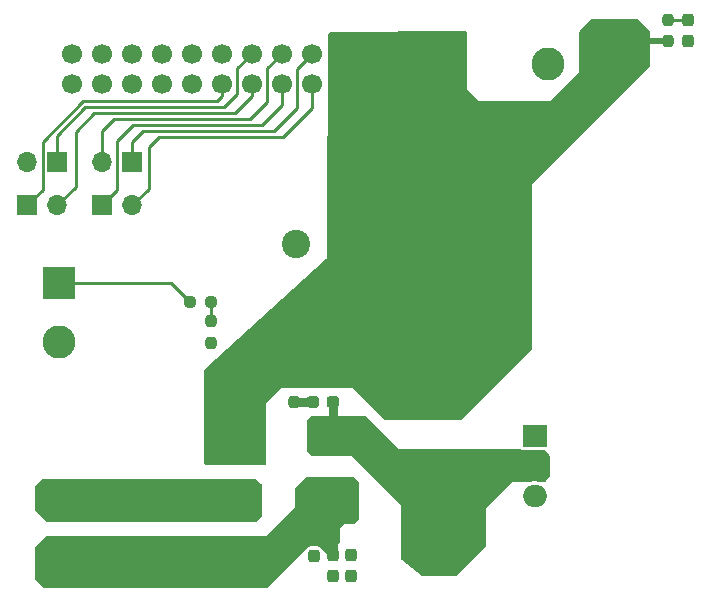
<source format=gbr>
%TF.GenerationSoftware,KiCad,Pcbnew,(6.0.0-0)*%
%TF.CreationDate,2023-01-16T12:55:46-05:00*%
%TF.ProjectId,Spindle_Driver,5370696e-646c-4655-9f44-72697665722e,rev?*%
%TF.SameCoordinates,Original*%
%TF.FileFunction,Copper,L1,Top*%
%TF.FilePolarity,Positive*%
%FSLAX46Y46*%
G04 Gerber Fmt 4.6, Leading zero omitted, Abs format (unit mm)*
G04 Created by KiCad (PCBNEW (6.0.0-0)) date 2023-01-16 12:55:46*
%MOMM*%
%LPD*%
G01*
G04 APERTURE LIST*
G04 Aperture macros list*
%AMRoundRect*
0 Rectangle with rounded corners*
0 $1 Rounding radius*
0 $2 $3 $4 $5 $6 $7 $8 $9 X,Y pos of 4 corners*
0 Add a 4 corners polygon primitive as box body*
4,1,4,$2,$3,$4,$5,$6,$7,$8,$9,$2,$3,0*
0 Add four circle primitives for the rounded corners*
1,1,$1+$1,$2,$3*
1,1,$1+$1,$4,$5*
1,1,$1+$1,$6,$7*
1,1,$1+$1,$8,$9*
0 Add four rect primitives between the rounded corners*
20,1,$1+$1,$2,$3,$4,$5,0*
20,1,$1+$1,$4,$5,$6,$7,0*
20,1,$1+$1,$6,$7,$8,$9,0*
20,1,$1+$1,$8,$9,$2,$3,0*%
G04 Aperture macros list end*
%TA.AperFunction,SMDPad,CuDef*%
%ADD10RoundRect,0.237500X0.237500X-0.287500X0.237500X0.287500X-0.237500X0.287500X-0.237500X-0.287500X0*%
%TD*%
%TA.AperFunction,ComponentPad*%
%ADD11R,2.400000X2.400000*%
%TD*%
%TA.AperFunction,ComponentPad*%
%ADD12C,2.400000*%
%TD*%
%TA.AperFunction,SMDPad,CuDef*%
%ADD13R,3.500000X3.000000*%
%TD*%
%TA.AperFunction,ComponentPad*%
%ADD14R,1.700000X1.700000*%
%TD*%
%TA.AperFunction,ComponentPad*%
%ADD15O,1.700000X1.700000*%
%TD*%
%TA.AperFunction,ComponentPad*%
%ADD16R,2.800000X2.800000*%
%TD*%
%TA.AperFunction,ComponentPad*%
%ADD17C,2.800000*%
%TD*%
%TA.AperFunction,SMDPad,CuDef*%
%ADD18RoundRect,0.237500X-0.237500X0.300000X-0.237500X-0.300000X0.237500X-0.300000X0.237500X0.300000X0*%
%TD*%
%TA.AperFunction,SMDPad,CuDef*%
%ADD19RoundRect,0.237500X-0.250000X-0.237500X0.250000X-0.237500X0.250000X0.237500X-0.250000X0.237500X0*%
%TD*%
%TA.AperFunction,SMDPad,CuDef*%
%ADD20RoundRect,0.237500X0.287500X0.237500X-0.287500X0.237500X-0.287500X-0.237500X0.287500X-0.237500X0*%
%TD*%
%TA.AperFunction,SMDPad,CuDef*%
%ADD21RoundRect,0.237500X0.237500X-0.250000X0.237500X0.250000X-0.237500X0.250000X-0.237500X-0.250000X0*%
%TD*%
%TA.AperFunction,ComponentPad*%
%ADD22R,3.200000X3.200000*%
%TD*%
%TA.AperFunction,ComponentPad*%
%ADD23O,3.200000X3.200000*%
%TD*%
%TA.AperFunction,ComponentPad*%
%ADD24R,2.000000X1.905000*%
%TD*%
%TA.AperFunction,ComponentPad*%
%ADD25O,2.000000X1.905000*%
%TD*%
%TA.AperFunction,ComponentPad*%
%ADD26RoundRect,0.250000X-0.600000X0.600000X-0.600000X-0.600000X0.600000X-0.600000X0.600000X0.600000X0*%
%TD*%
%TA.AperFunction,ComponentPad*%
%ADD27C,1.700000*%
%TD*%
%TA.AperFunction,SMDPad,CuDef*%
%ADD28RoundRect,0.237500X-0.237500X0.250000X-0.237500X-0.250000X0.237500X-0.250000X0.237500X0.250000X0*%
%TD*%
%TA.AperFunction,SMDPad,CuDef*%
%ADD29RoundRect,0.237500X0.237500X-0.300000X0.237500X0.300000X-0.237500X0.300000X-0.237500X-0.300000X0*%
%TD*%
%TA.AperFunction,ViaPad*%
%ADD30C,0.800000*%
%TD*%
%TA.AperFunction,Conductor*%
%ADD31C,0.762000*%
%TD*%
%TA.AperFunction,Conductor*%
%ADD32C,0.508000*%
%TD*%
%TA.AperFunction,Conductor*%
%ADD33C,0.254000*%
%TD*%
G04 APERTURE END LIST*
D10*
%TO.P,D3,1,K*%
%TO.N,GND*%
X191700000Y-70875000D03*
%TO.P,D3,2,A*%
%TO.N,Net-(D3-Pad2)*%
X191700000Y-69125000D03*
%TD*%
D11*
%TO.P,C1,1*%
%TO.N,+24V*%
X163500000Y-88100000D03*
D12*
%TO.P,C1,2*%
%TO.N,GND*%
X158500000Y-88100000D03*
%TD*%
D13*
%TO.P,L2,1*%
%TO.N,/net_D*%
X161600000Y-104350000D03*
%TO.P,L2,2*%
%TO.N,/Motor-*%
X161600000Y-109850000D03*
%TD*%
D14*
%TO.P,J5,1,Pin_1*%
%TO.N,Net-(J5-Pad1)*%
X144650000Y-81110000D03*
D15*
%TO.P,J5,2,Pin_2*%
%TO.N,Net-(J5-Pad2)*%
X142110000Y-81110000D03*
%TD*%
D13*
%TO.P,L1,1*%
%TO.N,+24V*%
X153300000Y-104350000D03*
%TO.P,L1,2*%
%TO.N,/Motor+*%
X153300000Y-109850000D03*
%TD*%
D16*
%TO.P,J4,1,Pin_1*%
%TO.N,/Motor+*%
X138330000Y-109880000D03*
D17*
%TO.P,J4,2,Pin_2*%
%TO.N,/Motor-*%
X138330000Y-114880000D03*
%TD*%
D14*
%TO.P,J9,1,Pin_1*%
%TO.N,Net-(J8-Pad16)*%
X135725000Y-84800000D03*
D15*
%TO.P,J9,2,Pin_2*%
%TO.N,Net-(J8-Pad14)*%
X138265000Y-84800000D03*
%TD*%
D18*
%TO.P,C4,1*%
%TO.N,/Motor-*%
X161600000Y-114437500D03*
%TO.P,C4,2*%
%TO.N,GND*%
X161600000Y-116162500D03*
%TD*%
D14*
%TO.P,J6,1,Pin_1*%
%TO.N,Net-(J6-Pad1)*%
X142100000Y-84800000D03*
D15*
%TO.P,J6,2,Pin_2*%
%TO.N,Net-(J6-Pad2)*%
X144640000Y-84800000D03*
%TD*%
D19*
%TO.P,R2,1*%
%TO.N,/PWM*%
X149487500Y-92990000D03*
%TO.P,R2,2*%
%TO.N,Net-(Q1-Pad1)*%
X151312500Y-92990000D03*
%TD*%
D16*
%TO.P,J3,1,Pin_1*%
%TO.N,/PWM*%
X138425000Y-91400000D03*
D17*
%TO.P,J3,2,Pin_2*%
%TO.N,GND*%
X138425000Y-96400000D03*
%TD*%
D20*
%TO.P,D2,1,K*%
%TO.N,/net_D*%
X161660000Y-101410000D03*
%TO.P,D2,2,A*%
%TO.N,Net-(D2-Pad2)*%
X159910000Y-101410000D03*
%TD*%
D21*
%TO.P,R1,1*%
%TO.N,Net-(D2-Pad2)*%
X158300000Y-101412500D03*
%TO.P,R1,2*%
%TO.N,+24V*%
X158300000Y-99587500D03*
%TD*%
D14*
%TO.P,J7,1,Pin_1*%
%TO.N,Net-(J7-Pad1)*%
X138275000Y-81110000D03*
D15*
%TO.P,J7,2,Pin_2*%
%TO.N,/PWM*%
X135735000Y-81110000D03*
%TD*%
D22*
%TO.P,D1,1,K*%
%TO.N,+24V*%
X170545000Y-99220000D03*
D23*
%TO.P,D1,2,A*%
%TO.N,/net_D*%
X170545000Y-114460000D03*
%TD*%
D24*
%TO.P,Q1,1,G*%
%TO.N,Net-(Q1-Pad1)*%
X178700000Y-104300000D03*
D25*
%TO.P,Q1,2,D*%
%TO.N,/net_D*%
X178700000Y-106840000D03*
%TO.P,Q1,3,S*%
%TO.N,GND*%
X178700000Y-109380000D03*
%TD*%
D21*
%TO.P,R3,1*%
%TO.N,GND*%
X151305000Y-96412500D03*
%TO.P,R3,2*%
%TO.N,Net-(Q1-Pad1)*%
X151305000Y-94587500D03*
%TD*%
D26*
%TO.P,J8,1,Pin_1*%
%TO.N,+24V*%
X170040000Y-71947500D03*
D27*
%TO.P,J8,2,Pin_2*%
X170040000Y-74487500D03*
%TO.P,J8,3,Pin_3*%
X167500000Y-71947500D03*
%TO.P,J8,4,Pin_4*%
X167500000Y-74487500D03*
%TO.P,J8,5,Pin_5*%
X164960000Y-71947500D03*
%TO.P,J8,6,Pin_6*%
X164960000Y-74487500D03*
%TO.P,J8,7,Pin_7*%
X162420000Y-71947500D03*
%TO.P,J8,8,Pin_8*%
X162420000Y-74487500D03*
%TO.P,J8,9,Pin_9*%
%TO.N,Net-(J5-Pad1)*%
X159880000Y-71947500D03*
%TO.P,J8,10,Pin_10*%
%TO.N,Net-(J6-Pad2)*%
X159880000Y-74487500D03*
%TO.P,J8,11,Pin_11*%
%TO.N,Net-(J5-Pad2)*%
X157340000Y-71947500D03*
%TO.P,J8,12,Pin_12*%
%TO.N,Net-(J6-Pad1)*%
X157340000Y-74487500D03*
%TO.P,J8,13,Pin_13*%
%TO.N,Net-(J7-Pad1)*%
X154800000Y-71947500D03*
%TO.P,J8,14,Pin_14*%
%TO.N,Net-(J8-Pad14)*%
X154800000Y-74487500D03*
%TO.P,J8,15,Pin_15*%
%TO.N,/PWM*%
X152260000Y-71947500D03*
%TO.P,J8,16,Pin_16*%
%TO.N,Net-(J8-Pad16)*%
X152260000Y-74487500D03*
%TO.P,J8,17,Pin_17*%
%TO.N,GND*%
X149720000Y-71947500D03*
%TO.P,J8,18,Pin_18*%
X149720000Y-74487500D03*
%TO.P,J8,19,Pin_19*%
X147180000Y-71947500D03*
%TO.P,J8,20,Pin_20*%
X147180000Y-74487500D03*
%TO.P,J8,21,Pin_21*%
X144640000Y-71947500D03*
%TO.P,J8,22,Pin_22*%
X144640000Y-74487500D03*
%TO.P,J8,23,Pin_23*%
X142100000Y-71947500D03*
%TO.P,J8,24,Pin_24*%
X142100000Y-74487500D03*
%TO.P,J8,25,Pin_25*%
X139560000Y-71947500D03*
%TO.P,J8,26,Pin_26*%
X139560000Y-74487500D03*
%TD*%
D18*
%TO.P,C2,2*%
%TO.N,GND*%
X163200000Y-116162500D03*
%TO.P,C2,1*%
%TO.N,+24V*%
X163200000Y-114437500D03*
%TD*%
D28*
%TO.P,R4,1*%
%TO.N,Net-(D3-Pad2)*%
X190000000Y-69087500D03*
%TO.P,R4,2*%
%TO.N,+24V*%
X190000000Y-70912500D03*
%TD*%
D29*
%TO.P,C3,1*%
%TO.N,+24V*%
X160000000Y-114462500D03*
%TO.P,C3,2*%
%TO.N,/Motor-*%
X160000000Y-112737500D03*
%TD*%
D16*
%TO.P,J1,1,Pin_1*%
%TO.N,+24V*%
X184825000Y-72800000D03*
D17*
%TO.P,J1,2,Pin_2*%
%TO.N,GND*%
X179825000Y-72800000D03*
%TD*%
D30*
%TO.N,GND*%
X161600000Y-116200000D03*
X163200000Y-116200000D03*
%TO.N,+24V*%
X173000000Y-100000000D03*
X163210000Y-114480000D03*
X166000000Y-102000000D03*
X168000000Y-98000000D03*
X168000000Y-100000000D03*
X160010000Y-114480000D03*
X170000000Y-102000000D03*
X168000000Y-102000000D03*
X166000000Y-100000000D03*
X166000000Y-98000000D03*
%TO.N,GND*%
X151320000Y-96420000D03*
X191720000Y-70860000D03*
%TO.N,Net-(Q1-Pad1)*%
X151305000Y-94587500D03*
%TD*%
D31*
%TO.N,/Motor-*%
X161600000Y-114437500D02*
X161600000Y-113000000D01*
X161600000Y-114437500D02*
X161600000Y-114291778D01*
X161600000Y-114291778D02*
X160045722Y-112737500D01*
X160045722Y-112737500D02*
X160000000Y-112737500D01*
D32*
%TO.N,+24V*%
X184825000Y-72675000D02*
X184825000Y-72800000D01*
X186587500Y-70912500D02*
X184825000Y-72675000D01*
X190000000Y-70912500D02*
X186587500Y-70912500D01*
D31*
%TO.N,Net-(D2-Pad2)*%
X158302500Y-101410000D02*
X158300000Y-101412500D01*
X159910000Y-101410000D02*
X158302500Y-101410000D01*
D33*
%TO.N,Net-(D3-Pad2)*%
X190000000Y-69087500D02*
X191662500Y-69087500D01*
X191662500Y-69087500D02*
X191700000Y-69125000D01*
%TO.N,/PWM*%
X147897500Y-91400000D02*
X149487500Y-92990000D01*
X138425000Y-91400000D02*
X147897500Y-91400000D01*
%TO.N,Net-(J5-Pad2)*%
X142110000Y-78520000D02*
X142110000Y-81110000D01*
X156080000Y-76020000D02*
X154584960Y-77515040D01*
X157340000Y-71947500D02*
X156080000Y-73207500D01*
X156080000Y-73207500D02*
X156080000Y-76020000D01*
X154584960Y-77515040D02*
X143114960Y-77515040D01*
X143114960Y-77515040D02*
X142110000Y-78520000D01*
%TO.N,Net-(J6-Pad1)*%
X155607440Y-78022560D02*
X157340000Y-76290000D01*
X143390000Y-79320000D02*
X144687440Y-78022560D01*
X142100000Y-84800000D02*
X143390000Y-83510000D01*
X157340000Y-76290000D02*
X157340000Y-74487500D01*
X143390000Y-83510000D02*
X143390000Y-79320000D01*
X144687440Y-78022560D02*
X155607440Y-78022560D01*
%TO.N,Net-(J6-Pad2)*%
X146872400Y-79037600D02*
X157392400Y-79037600D01*
X159880000Y-76550000D02*
X159880000Y-74487500D01*
X144640000Y-84800000D02*
X146020000Y-83420000D01*
X157392400Y-79037600D02*
X159880000Y-76550000D01*
X146020000Y-83420000D02*
X146020000Y-79890000D01*
X146020000Y-79890000D02*
X146872400Y-79037600D01*
%TO.N,Net-(J7-Pad1)*%
X138275000Y-78895000D02*
X140670000Y-76500000D01*
X153550000Y-73197500D02*
X154800000Y-71947500D01*
X152400000Y-76500000D02*
X153550000Y-75350000D01*
X138275000Y-81110000D02*
X138275000Y-78895000D01*
X140670000Y-76500000D02*
X152400000Y-76500000D01*
X153550000Y-75350000D02*
X153550000Y-73197500D01*
%TO.N,Net-(J8-Pad14)*%
X139860000Y-78560000D02*
X141412480Y-77007520D01*
X139860000Y-83205000D02*
X139860000Y-78560000D01*
X153302480Y-77007520D02*
X154800000Y-75510000D01*
X138265000Y-84800000D02*
X139860000Y-83205000D01*
X154800000Y-75510000D02*
X154800000Y-74487500D01*
X141412480Y-77007520D02*
X153302480Y-77007520D01*
%TO.N,Net-(J8-Pad16)*%
X135725000Y-84800000D02*
X137044489Y-83480511D01*
X140462258Y-75990000D02*
X151780000Y-75990000D01*
X137044489Y-83480511D02*
X137044489Y-79407769D01*
X152260000Y-75510000D02*
X152260000Y-74487500D01*
X151780000Y-75990000D02*
X152260000Y-75510000D01*
X137044489Y-79407769D02*
X140462258Y-75990000D01*
%TO.N,Net-(Q1-Pad1)*%
X151305000Y-94587500D02*
X151305000Y-92997500D01*
X151305000Y-92997500D02*
X151312500Y-92990000D01*
%TO.N,Net-(J5-Pad1)*%
X144650000Y-81110000D02*
X144650000Y-79450000D01*
X144650000Y-79450000D02*
X145569920Y-78530080D01*
X158610000Y-76550000D02*
X158610000Y-73217500D01*
X156629920Y-78530080D02*
X158610000Y-76550000D01*
X158610000Y-73217500D02*
X159880000Y-71947500D01*
X145569920Y-78530080D02*
X156629920Y-78530080D01*
D31*
%TO.N,/net_D*%
X161600000Y-101470000D02*
X161660000Y-101410000D01*
X161600000Y-104350000D02*
X161600000Y-101470000D01*
%TD*%
%TA.AperFunction,Conductor*%
%TO.N,/Motor+*%
G36*
X155215931Y-108020002D02*
G01*
X155236905Y-108036905D01*
X155563095Y-108363095D01*
X155597121Y-108425407D01*
X155600000Y-108452190D01*
X155600000Y-111147810D01*
X155579998Y-111215931D01*
X155563095Y-111236905D01*
X155236905Y-111563095D01*
X155174593Y-111597121D01*
X155147810Y-111600000D01*
X137452190Y-111600000D01*
X137384069Y-111579998D01*
X137363095Y-111563095D01*
X136436905Y-110636905D01*
X136402879Y-110574593D01*
X136400000Y-110547810D01*
X136400000Y-108652190D01*
X136420002Y-108584069D01*
X136436905Y-108563095D01*
X136963095Y-108036905D01*
X137025407Y-108002879D01*
X137052190Y-108000000D01*
X155147810Y-108000000D01*
X155215931Y-108020002D01*
G37*
%TD.AperFunction*%
%TD*%
%TA.AperFunction,Conductor*%
%TO.N,/net_D*%
G36*
X164415931Y-102620002D02*
G01*
X164436905Y-102636905D01*
X167200000Y-105400000D01*
X177431765Y-105400000D01*
X177499886Y-105420002D01*
X177512781Y-105430394D01*
X177516516Y-105435984D01*
X177600699Y-105492234D01*
X177674933Y-105507000D01*
X177720816Y-105507000D01*
X179454809Y-105506999D01*
X179522930Y-105527001D01*
X179543904Y-105543904D01*
X179963095Y-105963095D01*
X179997121Y-106025407D01*
X180000000Y-106052190D01*
X180000000Y-107747810D01*
X179979998Y-107815931D01*
X179963095Y-107836905D01*
X179636905Y-108163095D01*
X179574593Y-108197121D01*
X179547810Y-108200000D01*
X179014856Y-108200000D01*
X178989304Y-108197382D01*
X178988044Y-108197121D01*
X178886790Y-108176152D01*
X178882179Y-108175886D01*
X178882178Y-108175886D01*
X178833945Y-108173105D01*
X178833941Y-108173105D01*
X178832122Y-108173000D01*
X178597832Y-108173000D01*
X178595045Y-108173249D01*
X178595039Y-108173249D01*
X178528206Y-108179214D01*
X178437895Y-108187274D01*
X178432481Y-108188755D01*
X178432476Y-108188756D01*
X178407702Y-108195534D01*
X178374454Y-108200000D01*
X176800000Y-108200000D01*
X174600000Y-110400000D01*
X174600000Y-113547810D01*
X174579998Y-113615931D01*
X174563095Y-113636905D01*
X172036905Y-116163095D01*
X171974593Y-116197121D01*
X171947810Y-116200000D01*
X169243232Y-116200000D01*
X169175111Y-116179998D01*
X169165875Y-116173458D01*
X167448643Y-114837833D01*
X167407152Y-114780223D01*
X167400000Y-114738375D01*
X167400000Y-110200000D01*
X163200000Y-106000000D01*
X159852190Y-106000000D01*
X159784069Y-105979998D01*
X159763095Y-105963095D01*
X159436905Y-105636905D01*
X159402879Y-105574593D01*
X159400000Y-105547810D01*
X159400000Y-103052190D01*
X159420002Y-102984069D01*
X159436905Y-102963095D01*
X159763095Y-102636905D01*
X159825407Y-102602879D01*
X159852190Y-102600000D01*
X164347810Y-102600000D01*
X164415931Y-102620002D01*
G37*
%TD.AperFunction*%
%TD*%
%TA.AperFunction,Conductor*%
%TO.N,/Motor-*%
G36*
X163415931Y-107820002D02*
G01*
X163436905Y-107836905D01*
X163763095Y-108163095D01*
X163797121Y-108225407D01*
X163800000Y-108252190D01*
X163800000Y-111347810D01*
X163779998Y-111415931D01*
X163763095Y-111436905D01*
X163436905Y-111763095D01*
X163374593Y-111797121D01*
X163347810Y-111800000D01*
X162600000Y-111800000D01*
X162200000Y-112200000D01*
X162200000Y-113347810D01*
X162179998Y-113415931D01*
X162163095Y-113436905D01*
X161836905Y-113763095D01*
X161774593Y-113797121D01*
X161747810Y-113800000D01*
X160616237Y-113800000D01*
X160548116Y-113779998D01*
X160540673Y-113774827D01*
X160525019Y-113763095D01*
X160476199Y-113726507D01*
X160467798Y-113723357D01*
X160467795Y-113723356D01*
X160389387Y-113693963D01*
X160344236Y-113677036D01*
X160284070Y-113670500D01*
X159715930Y-113670500D01*
X159655764Y-113677036D01*
X159610613Y-113693963D01*
X159532205Y-113723356D01*
X159532202Y-113723357D01*
X159523801Y-113726507D01*
X159516619Y-113731889D01*
X159516618Y-113731890D01*
X159448867Y-113782666D01*
X159414261Y-113800000D01*
X159400000Y-113800000D01*
X156036905Y-117163095D01*
X155974593Y-117197121D01*
X155947810Y-117200000D01*
X137252190Y-117200000D01*
X137184069Y-117179998D01*
X137163095Y-117163095D01*
X136436905Y-116436905D01*
X136402879Y-116374593D01*
X136400000Y-116347810D01*
X136400000Y-113852190D01*
X136420002Y-113784069D01*
X136436905Y-113763095D01*
X137363095Y-112836905D01*
X137425407Y-112802879D01*
X137452190Y-112800000D01*
X156000000Y-112800000D01*
X158400000Y-110400000D01*
X158400000Y-108852190D01*
X158420002Y-108784069D01*
X158436905Y-108763095D01*
X159363095Y-107836905D01*
X159425407Y-107802879D01*
X159452190Y-107800000D01*
X163347810Y-107800000D01*
X163415931Y-107820002D01*
G37*
%TD.AperFunction*%
%TD*%
%TA.AperFunction,Conductor*%
%TO.N,+24V*%
G36*
X187492023Y-69019258D02*
G01*
X187574102Y-69074102D01*
X188425898Y-69925898D01*
X188480742Y-70007977D01*
X188500000Y-70104796D01*
X188500000Y-72895204D01*
X188480742Y-72992023D01*
X188425898Y-73074102D01*
X178500000Y-83000000D01*
X178500000Y-96895204D01*
X178480742Y-96992023D01*
X178425898Y-97074102D01*
X172574102Y-102925898D01*
X172492023Y-102980742D01*
X172395204Y-103000000D01*
X166104796Y-103000000D01*
X166007977Y-102980742D01*
X165925898Y-102925898D01*
X163250000Y-100250000D01*
X157250000Y-100250000D01*
X156000000Y-101500000D01*
X156000000Y-106547000D01*
X155980742Y-106643819D01*
X155925898Y-106725898D01*
X155843819Y-106780742D01*
X155747000Y-106800000D01*
X150953000Y-106800000D01*
X150856181Y-106780742D01*
X150774102Y-106725898D01*
X150719258Y-106643819D01*
X150700000Y-106547000D01*
X150700000Y-98812356D01*
X150719258Y-98715537D01*
X150774102Y-98633458D01*
X150783353Y-98624662D01*
X161081515Y-89316708D01*
X161081516Y-89316707D01*
X161100000Y-89300000D01*
X161132813Y-83000000D01*
X161174816Y-74935453D01*
X161185739Y-74863225D01*
X161209349Y-74785512D01*
X161212370Y-74775569D01*
X161241529Y-74554090D01*
X161243156Y-74487500D01*
X161233120Y-74365427D01*
X161225703Y-74275207D01*
X161225702Y-74275202D01*
X161224852Y-74264861D01*
X161187039Y-74114320D01*
X161179420Y-74051369D01*
X161182292Y-73500000D01*
X161188275Y-72351148D01*
X161199199Y-72278919D01*
X161209350Y-72245508D01*
X161212370Y-72235569D01*
X161241529Y-72014090D01*
X161243156Y-71947500D01*
X161224852Y-71724861D01*
X161222325Y-71714802D01*
X161222323Y-71714788D01*
X161200000Y-71625919D01*
X161192380Y-71562966D01*
X161198700Y-70349558D01*
X161218463Y-70252841D01*
X161273733Y-70171049D01*
X161356097Y-70116633D01*
X161449552Y-70097885D01*
X172744857Y-70002162D01*
X172841835Y-70020599D01*
X172924376Y-70074745D01*
X172979913Y-70156357D01*
X173000000Y-70255153D01*
X173000000Y-75000000D01*
X174000000Y-76000000D01*
X180000000Y-76000000D01*
X182500000Y-73500000D01*
X182500000Y-70104796D01*
X182519258Y-70007977D01*
X182574102Y-69925898D01*
X183425898Y-69074102D01*
X183507977Y-69019258D01*
X183604796Y-69000000D01*
X187395204Y-69000000D01*
X187492023Y-69019258D01*
G37*
%TD.AperFunction*%
%TD*%
M02*

</source>
